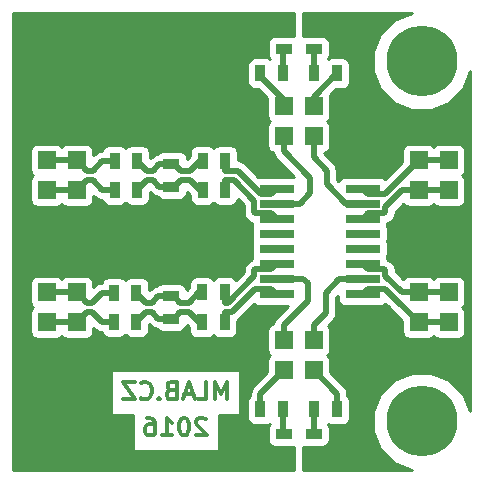
<source format=gbr>
G04 #@! TF.FileFunction,Copper,L2,Bot,Signal*
%FSLAX46Y46*%
G04 Gerber Fmt 4.6, Leading zero omitted, Abs format (unit mm)*
G04 Created by KiCad (PCBNEW (2016-09-17 revision 679eef1)-makepkg) date 09/22/16 11:02:43*
%MOMM*%
%LPD*%
G01*
G04 APERTURE LIST*
%ADD10C,0.150000*%
%ADD11C,0.300000*%
%ADD12R,0.889000X1.397000*%
%ADD13R,1.397000X0.889000*%
%ADD14R,1.524000X1.524000*%
%ADD15C,6.000000*%
%ADD16R,2.920000X0.760000*%
%ADD17C,0.500000*%
%ADD18C,0.254000*%
G04 APERTURE END LIST*
D10*
D11*
X17303428Y5250571D02*
X17232000Y5322000D01*
X17089142Y5393428D01*
X16732000Y5393428D01*
X16589142Y5322000D01*
X16517714Y5250571D01*
X16446285Y5107714D01*
X16446285Y4964857D01*
X16517714Y4750571D01*
X17374857Y3893428D01*
X16446285Y3893428D01*
X15517714Y5393428D02*
X15374857Y5393428D01*
X15232000Y5322000D01*
X15160571Y5250571D01*
X15089142Y5107714D01*
X15017714Y4822000D01*
X15017714Y4464857D01*
X15089142Y4179142D01*
X15160571Y4036285D01*
X15232000Y3964857D01*
X15374857Y3893428D01*
X15517714Y3893428D01*
X15660571Y3964857D01*
X15732000Y4036285D01*
X15803428Y4179142D01*
X15874857Y4464857D01*
X15874857Y4822000D01*
X15803428Y5107714D01*
X15732000Y5250571D01*
X15660571Y5322000D01*
X15517714Y5393428D01*
X13589142Y3893428D02*
X14446285Y3893428D01*
X14017714Y3893428D02*
X14017714Y5393428D01*
X14160571Y5179142D01*
X14303428Y5036285D01*
X14446285Y4964857D01*
X12303428Y5393428D02*
X12589142Y5393428D01*
X12732000Y5322000D01*
X12803428Y5250571D01*
X12946285Y5036285D01*
X13017714Y4750571D01*
X13017714Y4179142D01*
X12946285Y4036285D01*
X12874857Y3964857D01*
X12732000Y3893428D01*
X12446285Y3893428D01*
X12303428Y3964857D01*
X12232000Y4036285D01*
X12160571Y4179142D01*
X12160571Y4536285D01*
X12232000Y4679142D01*
X12303428Y4750571D01*
X12446285Y4822000D01*
X12732000Y4822000D01*
X12874857Y4750571D01*
X12946285Y4679142D01*
X13017714Y4536285D01*
X19053428Y6941428D02*
X19053428Y8441428D01*
X18553428Y7370000D01*
X18053428Y8441428D01*
X18053428Y6941428D01*
X16624857Y6941428D02*
X17339142Y6941428D01*
X17339142Y8441428D01*
X16196285Y7370000D02*
X15481999Y7370000D01*
X16339142Y6941428D02*
X15839142Y8441428D01*
X15339142Y6941428D01*
X14339142Y7727142D02*
X14124857Y7655714D01*
X14053428Y7584285D01*
X13981999Y7441428D01*
X13981999Y7227142D01*
X14053428Y7084285D01*
X14124857Y7012857D01*
X14267714Y6941428D01*
X14839142Y6941428D01*
X14839142Y8441428D01*
X14339142Y8441428D01*
X14196285Y8370000D01*
X14124857Y8298571D01*
X14053428Y8155714D01*
X14053428Y8012857D01*
X14124857Y7870000D01*
X14196285Y7798571D01*
X14339142Y7727142D01*
X14839142Y7727142D01*
X13339142Y7084285D02*
X13267714Y7012857D01*
X13339142Y6941428D01*
X13410571Y7012857D01*
X13339142Y7084285D01*
X13339142Y6941428D01*
X11767714Y7084285D02*
X11839142Y7012857D01*
X12053428Y6941428D01*
X12196285Y6941428D01*
X12410571Y7012857D01*
X12553428Y7155714D01*
X12624857Y7298571D01*
X12696285Y7584285D01*
X12696285Y7798571D01*
X12624857Y8084285D01*
X12553428Y8227142D01*
X12410571Y8370000D01*
X12196285Y8441428D01*
X12053428Y8441428D01*
X11839142Y8370000D01*
X11767714Y8298571D01*
X11267714Y8441428D02*
X10267714Y8441428D01*
X11267714Y6941428D01*
X10267714Y6941428D01*
D12*
X9563100Y27127200D03*
X11468100Y27127200D03*
D13*
X14376400Y26860500D03*
X14376400Y24955500D03*
D12*
X17018000Y27127200D03*
X18923000Y27127200D03*
D14*
X6350000Y22098000D03*
X3810000Y22098000D03*
X6350000Y24638000D03*
X3810000Y24638000D03*
X6350000Y27178000D03*
X3810000Y27178000D03*
X6350000Y29718000D03*
X3810000Y29718000D03*
X37846000Y10922000D03*
X35306000Y10922000D03*
X37846000Y13462000D03*
X35306000Y13462000D03*
X37846000Y16002000D03*
X35306000Y16002000D03*
X37846000Y18542000D03*
X35306000Y18542000D03*
X37846000Y22098000D03*
X35306000Y22098000D03*
X37846000Y24638000D03*
X35306000Y24638000D03*
X37846000Y27178000D03*
X35306000Y27178000D03*
X37846000Y29718000D03*
X35306000Y29718000D03*
D15*
X35560000Y35560000D03*
D16*
X30564000Y15860000D03*
X30564000Y17130000D03*
X30564000Y18400000D03*
X30564000Y19685000D03*
X30564000Y20955000D03*
X30564000Y22240000D03*
X30564000Y23510000D03*
X30564000Y24780000D03*
X23284000Y24780000D03*
X23284000Y23510000D03*
X23284000Y22240000D03*
X23284000Y20955000D03*
X23284000Y19685000D03*
X23284000Y18400000D03*
X23284000Y17130000D03*
X23284000Y15860000D03*
D12*
X23812500Y6096000D03*
X21907500Y6096000D03*
D14*
X23876000Y9398000D03*
X23876000Y11938000D03*
D12*
X26479500Y6096000D03*
X28384500Y6096000D03*
D13*
X26416000Y2095500D03*
X26416000Y4000500D03*
X26416000Y38544500D03*
X26416000Y36639500D03*
D12*
X16967200Y13462000D03*
X18872200Y13462000D03*
X26479500Y34544000D03*
X28384500Y34544000D03*
X9512300Y15951200D03*
X11417300Y15951200D03*
D13*
X14325600Y15684500D03*
X14325600Y13779500D03*
D12*
X9512300Y13512800D03*
X11417300Y13512800D03*
X16967200Y16002000D03*
X18872200Y16002000D03*
D15*
X5080000Y35560000D03*
X5080000Y5080000D03*
D13*
X23876000Y38544500D03*
X23876000Y36639500D03*
D12*
X23812500Y34544000D03*
X21907500Y34544000D03*
D14*
X26416000Y9398000D03*
X26416000Y11938000D03*
D15*
X35560000Y5080000D03*
D13*
X23876000Y2095500D03*
X23876000Y4000500D03*
D14*
X6350000Y10922000D03*
X3810000Y10922000D03*
X6350000Y13462000D03*
X3810000Y13462000D03*
X6350000Y16002000D03*
X3810000Y16002000D03*
X6350000Y18542000D03*
X3810000Y18542000D03*
D12*
X9563100Y24688800D03*
X11468100Y24688800D03*
D14*
X26416000Y31750000D03*
X26416000Y29210000D03*
X23876000Y31750000D03*
X23876000Y29210000D03*
D12*
X17018000Y24688800D03*
X18923000Y24688800D03*
D17*
X23812500Y6096000D02*
X23812500Y4064000D01*
X23812500Y4064000D02*
X23876000Y4000500D01*
X23812500Y34544000D02*
X23812500Y36576000D01*
X23812500Y36576000D02*
X23876000Y36639500D01*
X26416000Y4000500D02*
X26416000Y6032500D01*
X26416000Y6032500D02*
X26479500Y6096000D01*
X26479500Y34544000D02*
X26479500Y36576000D01*
X26479500Y36576000D02*
X26416000Y36639500D01*
X23876000Y11938000D02*
X23876000Y13200000D01*
X25908000Y16764000D02*
X25542000Y17130000D01*
X23876000Y13200000D02*
X25908000Y15232000D01*
X25908000Y15232000D02*
X25908000Y16764000D01*
X25542000Y17130000D02*
X23284000Y17130000D01*
X21907500Y6096000D02*
X21907500Y7429500D01*
X21907500Y7429500D02*
X23876000Y9398000D01*
X26111200Y24377200D02*
X26111200Y25712800D01*
X26111200Y25712800D02*
X23876000Y27948000D01*
X23876000Y27948000D02*
X23876000Y29210000D01*
X23284000Y23510000D02*
X25244000Y23510000D01*
X25244000Y23510000D02*
X26111200Y24377200D01*
X23876000Y31750000D02*
X23876000Y32321500D01*
X23876000Y32321500D02*
X21907500Y34290000D01*
X21907500Y34290000D02*
X21907500Y34544000D01*
X26416000Y11938000D02*
X26416000Y13208000D01*
X26416000Y13208000D02*
X27432000Y14224000D01*
X27432000Y14224000D02*
X27432000Y15958000D01*
X27432000Y15958000D02*
X28604000Y17130000D01*
X28604000Y17130000D02*
X30564000Y17130000D01*
X28384500Y6096000D02*
X28384500Y7429500D01*
X28384500Y7429500D02*
X26416000Y9398000D01*
X30564000Y23510000D02*
X29183998Y23510000D01*
X29183998Y23510000D02*
X27533600Y25160398D01*
X27533600Y25160398D02*
X27533600Y26314400D01*
X27533600Y26314400D02*
X26416000Y27432000D01*
X26416000Y27432000D02*
X26416000Y29210000D01*
X26416000Y31750000D02*
X26416000Y32575500D01*
X26416000Y32575500D02*
X28384500Y34544000D01*
X3810000Y16002000D02*
X6350000Y16002000D01*
X6350000Y16002000D02*
X7220001Y15131999D01*
X8464550Y15951200D02*
X9512300Y15951200D01*
X7220001Y15131999D02*
X7645350Y15132000D01*
X7645350Y15132000D02*
X8464550Y15951200D01*
X3810000Y13462000D02*
X6350000Y13462000D01*
X8464550Y13512800D02*
X9512300Y13512800D01*
X6350000Y13462000D02*
X7220001Y14332001D01*
X7220001Y14332001D02*
X7645350Y14332000D01*
X7645350Y14332000D02*
X8464550Y13512800D01*
X3810000Y27178000D02*
X6350000Y27178000D01*
X6350000Y27178000D02*
X7220001Y26307999D01*
X7220001Y26307999D02*
X7696150Y26308000D01*
X7696150Y26308000D02*
X8515350Y27127200D01*
X8515350Y27127200D02*
X9563100Y27127200D01*
X3810000Y24638000D02*
X6350000Y24638000D01*
X6350000Y24638000D02*
X7220001Y25508001D01*
X7220001Y25508001D02*
X7696150Y25508000D01*
X7696150Y25508000D02*
X8515350Y24688800D01*
X8515350Y24688800D02*
X9563100Y24688800D01*
X35306000Y16002000D02*
X37846000Y16002000D01*
X30564000Y18400000D02*
X31003999Y17960001D01*
X32384001Y17960001D02*
X32474001Y17870001D01*
X33897370Y16002000D02*
X35306000Y16002000D01*
X32474001Y17870001D02*
X32474001Y17425369D01*
X31003999Y17960001D02*
X32384001Y17960001D01*
X32474001Y17425369D02*
X33897370Y16002000D01*
X35306000Y13462000D02*
X37846000Y13462000D01*
X30564000Y15860000D02*
X31003999Y16299999D01*
X31003999Y16299999D02*
X32468001Y16299999D01*
X32468001Y16299999D02*
X33331685Y15436315D01*
X33331685Y15436315D02*
X35306000Y13462000D01*
X37846000Y27178000D02*
X35306000Y27178000D01*
X30564000Y24780000D02*
X31003999Y24340001D01*
X32468001Y24340001D02*
X33331685Y25203685D01*
X31003999Y24340001D02*
X32468001Y24340001D01*
X33331685Y25203685D02*
X35306000Y27178000D01*
X35306000Y24638000D02*
X37846000Y24638000D01*
X30564000Y22240000D02*
X31003999Y22679999D01*
X32474001Y22769999D02*
X32474001Y23214631D01*
X31003999Y22679999D02*
X32384001Y22679999D01*
X32474001Y23214631D02*
X33897370Y24638000D01*
X32384001Y22679999D02*
X32474001Y22769999D01*
X33897370Y24638000D02*
X35306000Y24638000D01*
X14376400Y24955500D02*
X14630400Y24955500D01*
X14630400Y24955500D02*
X15182900Y25508000D01*
X15182900Y25508000D02*
X15944800Y25508000D01*
X15944800Y25508000D02*
X16764000Y24688800D01*
X16764000Y24688800D02*
X17018000Y24688800D01*
X11468100Y24688800D02*
X12287301Y25508001D01*
X12287301Y25508001D02*
X12776150Y25508000D01*
X12776150Y25508000D02*
X13328650Y24955500D01*
X13328650Y24955500D02*
X14376400Y24955500D01*
X14376400Y25069800D02*
X14122400Y25069800D01*
X16764000Y27127200D02*
X17018000Y27127200D01*
X15182900Y26308000D02*
X15944800Y26308000D01*
X14376400Y26860500D02*
X14630400Y26860500D01*
X14630400Y26860500D02*
X15182900Y26308000D01*
X15944800Y26308000D02*
X16764000Y27127200D01*
X13328650Y26860500D02*
X14376400Y26860500D01*
X11468100Y27127200D02*
X12287301Y26307999D01*
X12287301Y26307999D02*
X12776150Y26308000D01*
X12776150Y26308000D02*
X13328650Y26860500D01*
X14376400Y26974800D02*
X14122400Y26974800D01*
X12236501Y14332001D02*
X12725350Y14332000D01*
X11417300Y13512800D02*
X12236501Y14332001D01*
X12725350Y14332000D02*
X13277850Y13779500D01*
X13277850Y13779500D02*
X14325600Y13779500D01*
X15132100Y14332000D02*
X15843200Y14332000D01*
X16713200Y13462000D02*
X16967200Y13462000D01*
X15843200Y14332000D02*
X16713200Y13462000D01*
X14579600Y13779500D02*
X15132100Y14332000D01*
X14325600Y13779500D02*
X14579600Y13779500D01*
X14071600Y13779500D02*
X14325600Y13779500D01*
X12236502Y15132000D02*
X12725350Y15132000D01*
X11417300Y15951200D02*
X12236502Y15132000D01*
X12725350Y15132000D02*
X13277850Y15684500D01*
X13277850Y15684500D02*
X14325600Y15684500D01*
X15132100Y15132000D02*
X15843200Y15132000D01*
X15843200Y15132000D02*
X16713200Y16002000D01*
X16713200Y16002000D02*
X16967200Y16002000D01*
X14579600Y15684500D02*
X15132100Y15132000D01*
X14325600Y15684500D02*
X14579600Y15684500D01*
X14071600Y15684500D02*
X14325600Y15684500D01*
X21373999Y23780317D02*
X19646316Y25508000D01*
X19646316Y25508000D02*
X18923000Y25508000D01*
X18923000Y25508000D02*
X18923000Y24688800D01*
X23284000Y22240000D02*
X22844001Y22679999D01*
X22844001Y22679999D02*
X21463999Y22679999D01*
X21463999Y22679999D02*
X21373999Y22769999D01*
X21373999Y22769999D02*
X21373999Y23780317D01*
X19977684Y26308000D02*
X18923000Y26308000D01*
X21945683Y24340001D02*
X19977684Y26308000D01*
X18923000Y26308000D02*
X18923000Y27127200D01*
X23284000Y24780000D02*
X22844001Y24340001D01*
X22844001Y24340001D02*
X21945683Y24340001D01*
X21450841Y16313157D02*
X19469684Y14332000D01*
X19469684Y14332000D02*
X18872200Y14332000D01*
X18872200Y14332000D02*
X18872200Y13462000D01*
X23284000Y15860000D02*
X22844001Y16299999D01*
X22844001Y16299999D02*
X21463999Y16299999D01*
X21463999Y16299999D02*
X21450841Y16313157D01*
X21373999Y17367683D02*
X19138316Y15132000D01*
X19138316Y15132000D02*
X18872200Y15132000D01*
X18872200Y15132000D02*
X18872200Y16002000D01*
X21373999Y17870001D02*
X21373999Y17367683D01*
X21463999Y17960001D02*
X21373999Y17870001D01*
X23284000Y18400000D02*
X22844001Y17960001D01*
X22844001Y17960001D02*
X21463999Y17960001D01*
D18*
G36*
X24765000Y37693548D02*
X24574500Y37731440D01*
X23177500Y37731440D01*
X22929735Y37682157D01*
X22719691Y37541809D01*
X22579343Y37331765D01*
X22530060Y37084000D01*
X22530060Y36195000D01*
X22579343Y35947235D01*
X22691525Y35779345D01*
X22599765Y35840657D01*
X22352000Y35889940D01*
X21463000Y35889940D01*
X21215235Y35840657D01*
X21005191Y35700309D01*
X20864843Y35490265D01*
X20815560Y35242500D01*
X20815560Y33845500D01*
X20864843Y33597735D01*
X21005191Y33387691D01*
X21215235Y33247343D01*
X21463000Y33198060D01*
X21747860Y33198060D01*
X22466560Y32479361D01*
X22466560Y30988000D01*
X22515843Y30740235D01*
X22656191Y30530191D01*
X22731307Y30480000D01*
X22656191Y30429809D01*
X22515843Y30219765D01*
X22466560Y29972000D01*
X22466560Y28448000D01*
X22515843Y28200235D01*
X22656191Y27990191D01*
X22866235Y27849843D01*
X23016468Y27819960D01*
X23031280Y27745500D01*
X23058367Y27609325D01*
X23176851Y27432000D01*
X23250210Y27322210D01*
X24765000Y25807421D01*
X24765000Y25803263D01*
X24744000Y25807440D01*
X21824000Y25807440D01*
X21745448Y25791815D01*
X20603474Y26933790D01*
X20410096Y27063000D01*
X20316359Y27125633D01*
X20260168Y27136810D01*
X20014940Y27185590D01*
X20014940Y27825700D01*
X19965657Y28073465D01*
X19825309Y28283509D01*
X19615265Y28423857D01*
X19367500Y28473140D01*
X18478500Y28473140D01*
X18230735Y28423857D01*
X18020691Y28283509D01*
X17970500Y28208393D01*
X17920309Y28283509D01*
X17710265Y28423857D01*
X17462500Y28473140D01*
X16573500Y28473140D01*
X16325735Y28423857D01*
X16115691Y28283509D01*
X15975343Y28073465D01*
X15926060Y27825700D01*
X15926060Y27540839D01*
X15717011Y27331791D01*
X15673057Y27552765D01*
X15532709Y27762809D01*
X15322665Y27903157D01*
X15074900Y27952440D01*
X13677900Y27952440D01*
X13430135Y27903157D01*
X13220091Y27762809D01*
X13190113Y27717944D01*
X13046166Y27689310D01*
X12989975Y27678133D01*
X12702860Y27486290D01*
X12702858Y27486287D01*
X12560040Y27343469D01*
X12560040Y27825700D01*
X12510757Y28073465D01*
X12370409Y28283509D01*
X12160365Y28423857D01*
X11912600Y28473140D01*
X11023600Y28473140D01*
X10775835Y28423857D01*
X10565791Y28283509D01*
X10515600Y28208393D01*
X10465409Y28283509D01*
X10255365Y28423857D01*
X10007600Y28473140D01*
X9118600Y28473140D01*
X8870835Y28423857D01*
X8660791Y28283509D01*
X8520443Y28073465D01*
X8507965Y28010732D01*
X8232866Y27956010D01*
X8176675Y27944833D01*
X7889560Y27752990D01*
X7889558Y27752987D01*
X7759440Y27622869D01*
X7759440Y27940000D01*
X7710157Y28187765D01*
X7569809Y28397809D01*
X7359765Y28538157D01*
X7112000Y28587440D01*
X5588000Y28587440D01*
X5340235Y28538157D01*
X5130191Y28397809D01*
X5080000Y28322693D01*
X5029809Y28397809D01*
X4819765Y28538157D01*
X4572000Y28587440D01*
X3048000Y28587440D01*
X2800235Y28538157D01*
X2590191Y28397809D01*
X2449843Y28187765D01*
X2400560Y27940000D01*
X2400560Y26416000D01*
X2449843Y26168235D01*
X2590191Y25958191D01*
X2665307Y25908000D01*
X2590191Y25857809D01*
X2449843Y25647765D01*
X2400560Y25400000D01*
X2400560Y23876000D01*
X2449843Y23628235D01*
X2590191Y23418191D01*
X2800235Y23277843D01*
X3048000Y23228560D01*
X4572000Y23228560D01*
X4819765Y23277843D01*
X5029809Y23418191D01*
X5080000Y23493307D01*
X5130191Y23418191D01*
X5340235Y23277843D01*
X5588000Y23228560D01*
X7112000Y23228560D01*
X7359765Y23277843D01*
X7569809Y23418191D01*
X7710157Y23628235D01*
X7759440Y23876000D01*
X7759440Y24193131D01*
X7889558Y24063013D01*
X7889560Y24063010D01*
X8176675Y23871167D01*
X8214918Y23863560D01*
X8507965Y23805268D01*
X8520443Y23742535D01*
X8660791Y23532491D01*
X8870835Y23392143D01*
X9118600Y23342860D01*
X10007600Y23342860D01*
X10255365Y23392143D01*
X10465409Y23532491D01*
X10515600Y23607607D01*
X10565791Y23532491D01*
X10775835Y23392143D01*
X11023600Y23342860D01*
X11912600Y23342860D01*
X12160365Y23392143D01*
X12370409Y23532491D01*
X12510757Y23742535D01*
X12560040Y23990300D01*
X12560040Y24472531D01*
X12702858Y24329713D01*
X12702860Y24329710D01*
X12989975Y24137867D01*
X13046166Y24126690D01*
X13190113Y24098056D01*
X13220091Y24053191D01*
X13430135Y23912843D01*
X13677900Y23863560D01*
X15074900Y23863560D01*
X15322665Y23912843D01*
X15532709Y24053191D01*
X15673057Y24263235D01*
X15717011Y24484209D01*
X15926060Y24275161D01*
X15926060Y23990300D01*
X15975343Y23742535D01*
X16115691Y23532491D01*
X16325735Y23392143D01*
X16573500Y23342860D01*
X17462500Y23342860D01*
X17710265Y23392143D01*
X17920309Y23532491D01*
X17970500Y23607607D01*
X18020691Y23532491D01*
X18230735Y23392143D01*
X18478500Y23342860D01*
X19367500Y23342860D01*
X19615265Y23392143D01*
X19825309Y23532491D01*
X19965657Y23742535D01*
X19997934Y23904803D01*
X20488999Y23413738D01*
X20488999Y22770004D01*
X20488998Y22769999D01*
X20527056Y22578674D01*
X20556366Y22431324D01*
X20684204Y22240000D01*
X20748209Y22144209D01*
X20838207Y22054212D01*
X20838209Y22054209D01*
X21091451Y21884999D01*
X21125324Y21862366D01*
X21178181Y21851852D01*
X21225843Y21612235D01*
X21235689Y21597500D01*
X21225843Y21582765D01*
X21176560Y21335000D01*
X21176560Y20575000D01*
X21225843Y20327235D01*
X21230677Y20320000D01*
X21225843Y20312765D01*
X21176560Y20065000D01*
X21176560Y19305000D01*
X21225843Y19057235D01*
X21235689Y19042500D01*
X21225843Y19027765D01*
X21178181Y18788148D01*
X21125324Y18777634D01*
X20838209Y18585791D01*
X20838207Y18585788D01*
X20748209Y18495791D01*
X20556366Y18208676D01*
X20556366Y18208675D01*
X20488998Y17870001D01*
X20488999Y17869996D01*
X20488999Y17734262D01*
X19829999Y17075263D01*
X19774509Y17158309D01*
X19564465Y17298657D01*
X19316700Y17347940D01*
X18427700Y17347940D01*
X18179935Y17298657D01*
X17969891Y17158309D01*
X17919700Y17083193D01*
X17869509Y17158309D01*
X17659465Y17298657D01*
X17411700Y17347940D01*
X16522700Y17347940D01*
X16274935Y17298657D01*
X16064891Y17158309D01*
X15924543Y16948265D01*
X15875260Y16700500D01*
X15875260Y16415639D01*
X15657783Y16198162D01*
X15622257Y16376765D01*
X15481909Y16586809D01*
X15271865Y16727157D01*
X15024100Y16776440D01*
X13627100Y16776440D01*
X13379335Y16727157D01*
X13169291Y16586809D01*
X13139313Y16541944D01*
X12995366Y16513310D01*
X12939175Y16502133D01*
X12652060Y16310290D01*
X12652058Y16310287D01*
X12509240Y16167469D01*
X12509240Y16649700D01*
X12459957Y16897465D01*
X12319609Y17107509D01*
X12109565Y17247857D01*
X11861800Y17297140D01*
X10972800Y17297140D01*
X10725035Y17247857D01*
X10514991Y17107509D01*
X10464800Y17032393D01*
X10414609Y17107509D01*
X10204565Y17247857D01*
X9956800Y17297140D01*
X9067800Y17297140D01*
X8820035Y17247857D01*
X8609991Y17107509D01*
X8469643Y16897465D01*
X8457165Y16834732D01*
X8182066Y16780010D01*
X8125875Y16768833D01*
X7838760Y16576990D01*
X7838758Y16576987D01*
X7759440Y16497669D01*
X7759440Y16764000D01*
X7710157Y17011765D01*
X7569809Y17221809D01*
X7359765Y17362157D01*
X7112000Y17411440D01*
X5588000Y17411440D01*
X5340235Y17362157D01*
X5130191Y17221809D01*
X5080000Y17146693D01*
X5029809Y17221809D01*
X4819765Y17362157D01*
X4572000Y17411440D01*
X3048000Y17411440D01*
X2800235Y17362157D01*
X2590191Y17221809D01*
X2449843Y17011765D01*
X2400560Y16764000D01*
X2400560Y15240000D01*
X2449843Y14992235D01*
X2590191Y14782191D01*
X2665307Y14732000D01*
X2590191Y14681809D01*
X2449843Y14471765D01*
X2400560Y14224000D01*
X2400560Y12700000D01*
X2449843Y12452235D01*
X2590191Y12242191D01*
X2800235Y12101843D01*
X3048000Y12052560D01*
X4572000Y12052560D01*
X4819765Y12101843D01*
X5029809Y12242191D01*
X5080000Y12317307D01*
X5130191Y12242191D01*
X5340235Y12101843D01*
X5588000Y12052560D01*
X7112000Y12052560D01*
X7359765Y12101843D01*
X7569809Y12242191D01*
X7710157Y12452235D01*
X7759440Y12700000D01*
X7759440Y12966331D01*
X7838758Y12887013D01*
X7838760Y12887010D01*
X8125875Y12695167D01*
X8164118Y12687560D01*
X8457165Y12629268D01*
X8469643Y12566535D01*
X8609991Y12356491D01*
X8820035Y12216143D01*
X9067800Y12166860D01*
X9956800Y12166860D01*
X10204565Y12216143D01*
X10414609Y12356491D01*
X10464800Y12431607D01*
X10514991Y12356491D01*
X10725035Y12216143D01*
X10972800Y12166860D01*
X11861800Y12166860D01*
X12109565Y12216143D01*
X12319609Y12356491D01*
X12459957Y12566535D01*
X12509240Y12814300D01*
X12509240Y13296531D01*
X12652058Y13153713D01*
X12652060Y13153710D01*
X12939175Y12961867D01*
X12995366Y12950690D01*
X13139313Y12922056D01*
X13169291Y12877191D01*
X13379335Y12736843D01*
X13627100Y12687560D01*
X15024100Y12687560D01*
X15271865Y12736843D01*
X15481909Y12877191D01*
X15622257Y13087235D01*
X15657783Y13265838D01*
X15875260Y13048361D01*
X15875260Y12763500D01*
X15924543Y12515735D01*
X16064891Y12305691D01*
X16274935Y12165343D01*
X16522700Y12116060D01*
X17411700Y12116060D01*
X17659465Y12165343D01*
X17869509Y12305691D01*
X17919700Y12380807D01*
X17969891Y12305691D01*
X18179935Y12165343D01*
X18427700Y12116060D01*
X19316700Y12116060D01*
X19564465Y12165343D01*
X19774509Y12305691D01*
X19914857Y12515735D01*
X19964140Y12763500D01*
X19964140Y13618456D01*
X20095474Y13706210D01*
X20095475Y13706211D01*
X21393324Y15004061D01*
X21576235Y14881843D01*
X21824000Y14832560D01*
X24256980Y14832560D01*
X23250210Y13825790D01*
X23058367Y13538675D01*
X23058367Y13538674D01*
X23016468Y13328040D01*
X22866235Y13298157D01*
X22656191Y13157809D01*
X22515843Y12947765D01*
X22466560Y12700000D01*
X22466560Y11176000D01*
X22515843Y10928235D01*
X22656191Y10718191D01*
X22731307Y10668000D01*
X22656191Y10617809D01*
X22515843Y10407765D01*
X22466560Y10160000D01*
X22466560Y9240139D01*
X21281710Y8055290D01*
X21089867Y7768175D01*
X21089867Y7768174D01*
X21022499Y7429500D01*
X21022500Y7429495D01*
X21022500Y7263875D01*
X21005191Y7252309D01*
X20864843Y7042265D01*
X20815560Y6794500D01*
X20815560Y5397500D01*
X20864843Y5149735D01*
X21005191Y4939691D01*
X21215235Y4799343D01*
X21463000Y4750060D01*
X22352000Y4750060D01*
X22599765Y4799343D01*
X22691525Y4860655D01*
X22579343Y4692765D01*
X22530060Y4445000D01*
X22530060Y3556000D01*
X22579343Y3308235D01*
X22719691Y3098191D01*
X22929735Y2957843D01*
X23177500Y2908560D01*
X24574500Y2908560D01*
X24765000Y2946452D01*
X24765000Y964000D01*
X964000Y964000D01*
X964000Y9410000D01*
X9268429Y9410000D01*
X9268429Y5590000D01*
X11089857Y5590000D01*
X11089857Y2542000D01*
X18374143Y2542000D01*
X18374143Y5590000D01*
X20195572Y5590000D01*
X20195572Y9410000D01*
X9268429Y9410000D01*
X964000Y9410000D01*
X964000Y39676000D01*
X24765000Y39676000D01*
X24765000Y37693548D01*
X24765000Y37693548D01*
G37*
X24765000Y37693548D02*
X24574500Y37731440D01*
X23177500Y37731440D01*
X22929735Y37682157D01*
X22719691Y37541809D01*
X22579343Y37331765D01*
X22530060Y37084000D01*
X22530060Y36195000D01*
X22579343Y35947235D01*
X22691525Y35779345D01*
X22599765Y35840657D01*
X22352000Y35889940D01*
X21463000Y35889940D01*
X21215235Y35840657D01*
X21005191Y35700309D01*
X20864843Y35490265D01*
X20815560Y35242500D01*
X20815560Y33845500D01*
X20864843Y33597735D01*
X21005191Y33387691D01*
X21215235Y33247343D01*
X21463000Y33198060D01*
X21747860Y33198060D01*
X22466560Y32479361D01*
X22466560Y30988000D01*
X22515843Y30740235D01*
X22656191Y30530191D01*
X22731307Y30480000D01*
X22656191Y30429809D01*
X22515843Y30219765D01*
X22466560Y29972000D01*
X22466560Y28448000D01*
X22515843Y28200235D01*
X22656191Y27990191D01*
X22866235Y27849843D01*
X23016468Y27819960D01*
X23031280Y27745500D01*
X23058367Y27609325D01*
X23176851Y27432000D01*
X23250210Y27322210D01*
X24765000Y25807421D01*
X24765000Y25803263D01*
X24744000Y25807440D01*
X21824000Y25807440D01*
X21745448Y25791815D01*
X20603474Y26933790D01*
X20410096Y27063000D01*
X20316359Y27125633D01*
X20260168Y27136810D01*
X20014940Y27185590D01*
X20014940Y27825700D01*
X19965657Y28073465D01*
X19825309Y28283509D01*
X19615265Y28423857D01*
X19367500Y28473140D01*
X18478500Y28473140D01*
X18230735Y28423857D01*
X18020691Y28283509D01*
X17970500Y28208393D01*
X17920309Y28283509D01*
X17710265Y28423857D01*
X17462500Y28473140D01*
X16573500Y28473140D01*
X16325735Y28423857D01*
X16115691Y28283509D01*
X15975343Y28073465D01*
X15926060Y27825700D01*
X15926060Y27540839D01*
X15717011Y27331791D01*
X15673057Y27552765D01*
X15532709Y27762809D01*
X15322665Y27903157D01*
X15074900Y27952440D01*
X13677900Y27952440D01*
X13430135Y27903157D01*
X13220091Y27762809D01*
X13190113Y27717944D01*
X13046166Y27689310D01*
X12989975Y27678133D01*
X12702860Y27486290D01*
X12702858Y27486287D01*
X12560040Y27343469D01*
X12560040Y27825700D01*
X12510757Y28073465D01*
X12370409Y28283509D01*
X12160365Y28423857D01*
X11912600Y28473140D01*
X11023600Y28473140D01*
X10775835Y28423857D01*
X10565791Y28283509D01*
X10515600Y28208393D01*
X10465409Y28283509D01*
X10255365Y28423857D01*
X10007600Y28473140D01*
X9118600Y28473140D01*
X8870835Y28423857D01*
X8660791Y28283509D01*
X8520443Y28073465D01*
X8507965Y28010732D01*
X8232866Y27956010D01*
X8176675Y27944833D01*
X7889560Y27752990D01*
X7889558Y27752987D01*
X7759440Y27622869D01*
X7759440Y27940000D01*
X7710157Y28187765D01*
X7569809Y28397809D01*
X7359765Y28538157D01*
X7112000Y28587440D01*
X5588000Y28587440D01*
X5340235Y28538157D01*
X5130191Y28397809D01*
X5080000Y28322693D01*
X5029809Y28397809D01*
X4819765Y28538157D01*
X4572000Y28587440D01*
X3048000Y28587440D01*
X2800235Y28538157D01*
X2590191Y28397809D01*
X2449843Y28187765D01*
X2400560Y27940000D01*
X2400560Y26416000D01*
X2449843Y26168235D01*
X2590191Y25958191D01*
X2665307Y25908000D01*
X2590191Y25857809D01*
X2449843Y25647765D01*
X2400560Y25400000D01*
X2400560Y23876000D01*
X2449843Y23628235D01*
X2590191Y23418191D01*
X2800235Y23277843D01*
X3048000Y23228560D01*
X4572000Y23228560D01*
X4819765Y23277843D01*
X5029809Y23418191D01*
X5080000Y23493307D01*
X5130191Y23418191D01*
X5340235Y23277843D01*
X5588000Y23228560D01*
X7112000Y23228560D01*
X7359765Y23277843D01*
X7569809Y23418191D01*
X7710157Y23628235D01*
X7759440Y23876000D01*
X7759440Y24193131D01*
X7889558Y24063013D01*
X7889560Y24063010D01*
X8176675Y23871167D01*
X8214918Y23863560D01*
X8507965Y23805268D01*
X8520443Y23742535D01*
X8660791Y23532491D01*
X8870835Y23392143D01*
X9118600Y23342860D01*
X10007600Y23342860D01*
X10255365Y23392143D01*
X10465409Y23532491D01*
X10515600Y23607607D01*
X10565791Y23532491D01*
X10775835Y23392143D01*
X11023600Y23342860D01*
X11912600Y23342860D01*
X12160365Y23392143D01*
X12370409Y23532491D01*
X12510757Y23742535D01*
X12560040Y23990300D01*
X12560040Y24472531D01*
X12702858Y24329713D01*
X12702860Y24329710D01*
X12989975Y24137867D01*
X13046166Y24126690D01*
X13190113Y24098056D01*
X13220091Y24053191D01*
X13430135Y23912843D01*
X13677900Y23863560D01*
X15074900Y23863560D01*
X15322665Y23912843D01*
X15532709Y24053191D01*
X15673057Y24263235D01*
X15717011Y24484209D01*
X15926060Y24275161D01*
X15926060Y23990300D01*
X15975343Y23742535D01*
X16115691Y23532491D01*
X16325735Y23392143D01*
X16573500Y23342860D01*
X17462500Y23342860D01*
X17710265Y23392143D01*
X17920309Y23532491D01*
X17970500Y23607607D01*
X18020691Y23532491D01*
X18230735Y23392143D01*
X18478500Y23342860D01*
X19367500Y23342860D01*
X19615265Y23392143D01*
X19825309Y23532491D01*
X19965657Y23742535D01*
X19997934Y23904803D01*
X20488999Y23413738D01*
X20488999Y22770004D01*
X20488998Y22769999D01*
X20527056Y22578674D01*
X20556366Y22431324D01*
X20684204Y22240000D01*
X20748209Y22144209D01*
X20838207Y22054212D01*
X20838209Y22054209D01*
X21091451Y21884999D01*
X21125324Y21862366D01*
X21178181Y21851852D01*
X21225843Y21612235D01*
X21235689Y21597500D01*
X21225843Y21582765D01*
X21176560Y21335000D01*
X21176560Y20575000D01*
X21225843Y20327235D01*
X21230677Y20320000D01*
X21225843Y20312765D01*
X21176560Y20065000D01*
X21176560Y19305000D01*
X21225843Y19057235D01*
X21235689Y19042500D01*
X21225843Y19027765D01*
X21178181Y18788148D01*
X21125324Y18777634D01*
X20838209Y18585791D01*
X20838207Y18585788D01*
X20748209Y18495791D01*
X20556366Y18208676D01*
X20556366Y18208675D01*
X20488998Y17870001D01*
X20488999Y17869996D01*
X20488999Y17734262D01*
X19829999Y17075263D01*
X19774509Y17158309D01*
X19564465Y17298657D01*
X19316700Y17347940D01*
X18427700Y17347940D01*
X18179935Y17298657D01*
X17969891Y17158309D01*
X17919700Y17083193D01*
X17869509Y17158309D01*
X17659465Y17298657D01*
X17411700Y17347940D01*
X16522700Y17347940D01*
X16274935Y17298657D01*
X16064891Y17158309D01*
X15924543Y16948265D01*
X15875260Y16700500D01*
X15875260Y16415639D01*
X15657783Y16198162D01*
X15622257Y16376765D01*
X15481909Y16586809D01*
X15271865Y16727157D01*
X15024100Y16776440D01*
X13627100Y16776440D01*
X13379335Y16727157D01*
X13169291Y16586809D01*
X13139313Y16541944D01*
X12995366Y16513310D01*
X12939175Y16502133D01*
X12652060Y16310290D01*
X12652058Y16310287D01*
X12509240Y16167469D01*
X12509240Y16649700D01*
X12459957Y16897465D01*
X12319609Y17107509D01*
X12109565Y17247857D01*
X11861800Y17297140D01*
X10972800Y17297140D01*
X10725035Y17247857D01*
X10514991Y17107509D01*
X10464800Y17032393D01*
X10414609Y17107509D01*
X10204565Y17247857D01*
X9956800Y17297140D01*
X9067800Y17297140D01*
X8820035Y17247857D01*
X8609991Y17107509D01*
X8469643Y16897465D01*
X8457165Y16834732D01*
X8182066Y16780010D01*
X8125875Y16768833D01*
X7838760Y16576990D01*
X7838758Y16576987D01*
X7759440Y16497669D01*
X7759440Y16764000D01*
X7710157Y17011765D01*
X7569809Y17221809D01*
X7359765Y17362157D01*
X7112000Y17411440D01*
X5588000Y17411440D01*
X5340235Y17362157D01*
X5130191Y17221809D01*
X5080000Y17146693D01*
X5029809Y17221809D01*
X4819765Y17362157D01*
X4572000Y17411440D01*
X3048000Y17411440D01*
X2800235Y17362157D01*
X2590191Y17221809D01*
X2449843Y17011765D01*
X2400560Y16764000D01*
X2400560Y15240000D01*
X2449843Y14992235D01*
X2590191Y14782191D01*
X2665307Y14732000D01*
X2590191Y14681809D01*
X2449843Y14471765D01*
X2400560Y14224000D01*
X2400560Y12700000D01*
X2449843Y12452235D01*
X2590191Y12242191D01*
X2800235Y12101843D01*
X3048000Y12052560D01*
X4572000Y12052560D01*
X4819765Y12101843D01*
X5029809Y12242191D01*
X5080000Y12317307D01*
X5130191Y12242191D01*
X5340235Y12101843D01*
X5588000Y12052560D01*
X7112000Y12052560D01*
X7359765Y12101843D01*
X7569809Y12242191D01*
X7710157Y12452235D01*
X7759440Y12700000D01*
X7759440Y12966331D01*
X7838758Y12887013D01*
X7838760Y12887010D01*
X8125875Y12695167D01*
X8164118Y12687560D01*
X8457165Y12629268D01*
X8469643Y12566535D01*
X8609991Y12356491D01*
X8820035Y12216143D01*
X9067800Y12166860D01*
X9956800Y12166860D01*
X10204565Y12216143D01*
X10414609Y12356491D01*
X10464800Y12431607D01*
X10514991Y12356491D01*
X10725035Y12216143D01*
X10972800Y12166860D01*
X11861800Y12166860D01*
X12109565Y12216143D01*
X12319609Y12356491D01*
X12459957Y12566535D01*
X12509240Y12814300D01*
X12509240Y13296531D01*
X12652058Y13153713D01*
X12652060Y13153710D01*
X12939175Y12961867D01*
X12995366Y12950690D01*
X13139313Y12922056D01*
X13169291Y12877191D01*
X13379335Y12736843D01*
X13627100Y12687560D01*
X15024100Y12687560D01*
X15271865Y12736843D01*
X15481909Y12877191D01*
X15622257Y13087235D01*
X15657783Y13265838D01*
X15875260Y13048361D01*
X15875260Y12763500D01*
X15924543Y12515735D01*
X16064891Y12305691D01*
X16274935Y12165343D01*
X16522700Y12116060D01*
X17411700Y12116060D01*
X17659465Y12165343D01*
X17869509Y12305691D01*
X17919700Y12380807D01*
X17969891Y12305691D01*
X18179935Y12165343D01*
X18427700Y12116060D01*
X19316700Y12116060D01*
X19564465Y12165343D01*
X19774509Y12305691D01*
X19914857Y12515735D01*
X19964140Y12763500D01*
X19964140Y13618456D01*
X20095474Y13706210D01*
X20095475Y13706211D01*
X21393324Y15004061D01*
X21576235Y14881843D01*
X21824000Y14832560D01*
X24256980Y14832560D01*
X23250210Y13825790D01*
X23058367Y13538675D01*
X23058367Y13538674D01*
X23016468Y13328040D01*
X22866235Y13298157D01*
X22656191Y13157809D01*
X22515843Y12947765D01*
X22466560Y12700000D01*
X22466560Y11176000D01*
X22515843Y10928235D01*
X22656191Y10718191D01*
X22731307Y10668000D01*
X22656191Y10617809D01*
X22515843Y10407765D01*
X22466560Y10160000D01*
X22466560Y9240139D01*
X21281710Y8055290D01*
X21089867Y7768175D01*
X21089867Y7768174D01*
X21022499Y7429500D01*
X21022500Y7429495D01*
X21022500Y7263875D01*
X21005191Y7252309D01*
X20864843Y7042265D01*
X20815560Y6794500D01*
X20815560Y5397500D01*
X20864843Y5149735D01*
X21005191Y4939691D01*
X21215235Y4799343D01*
X21463000Y4750060D01*
X22352000Y4750060D01*
X22599765Y4799343D01*
X22691525Y4860655D01*
X22579343Y4692765D01*
X22530060Y4445000D01*
X22530060Y3556000D01*
X22579343Y3308235D01*
X22719691Y3098191D01*
X22929735Y2957843D01*
X23177500Y2908560D01*
X24574500Y2908560D01*
X24765000Y2946452D01*
X24765000Y964000D01*
X964000Y964000D01*
X964000Y9410000D01*
X9268429Y9410000D01*
X9268429Y5590000D01*
X11089857Y5590000D01*
X11089857Y2542000D01*
X18374143Y2542000D01*
X18374143Y5590000D01*
X20195572Y5590000D01*
X20195572Y9410000D01*
X9268429Y9410000D01*
X964000Y9410000D01*
X964000Y39676000D01*
X24765000Y39676000D01*
X24765000Y37693548D01*
G36*
X33225296Y39060741D02*
X32063340Y37900810D01*
X31433718Y36384513D01*
X31432285Y34742690D01*
X32059259Y33225296D01*
X33219190Y32063340D01*
X34735487Y31433718D01*
X36377310Y31432285D01*
X37894704Y32059259D01*
X39056660Y33219190D01*
X39676000Y34710725D01*
X39676000Y5925662D01*
X39060741Y7414704D01*
X37900810Y8576660D01*
X36384513Y9206282D01*
X34742690Y9207715D01*
X33225296Y8580741D01*
X32063340Y7420810D01*
X31433718Y5904513D01*
X31432285Y4262690D01*
X32059259Y2745296D01*
X33219190Y1583340D01*
X34710725Y964000D01*
X25527000Y964000D01*
X25527000Y2946452D01*
X25717500Y2908560D01*
X27114500Y2908560D01*
X27362265Y2957843D01*
X27572309Y3098191D01*
X27712657Y3308235D01*
X27761940Y3556000D01*
X27761940Y4445000D01*
X27712657Y4692765D01*
X27600475Y4860655D01*
X27692235Y4799343D01*
X27940000Y4750060D01*
X28829000Y4750060D01*
X29076765Y4799343D01*
X29286809Y4939691D01*
X29427157Y5149735D01*
X29476440Y5397500D01*
X29476440Y6794500D01*
X29427157Y7042265D01*
X29286809Y7252309D01*
X29269500Y7263875D01*
X29269500Y7429500D01*
X29202133Y7768175D01*
X29010290Y8055290D01*
X29010287Y8055292D01*
X27825440Y9240140D01*
X27825440Y10160000D01*
X27776157Y10407765D01*
X27635809Y10617809D01*
X27560693Y10668000D01*
X27635809Y10718191D01*
X27776157Y10928235D01*
X27825440Y11176000D01*
X27825440Y12700000D01*
X27776157Y12947765D01*
X27635809Y13157809D01*
X27624767Y13165187D01*
X28057787Y13598208D01*
X28057790Y13598210D01*
X28249633Y13885325D01*
X28277542Y14025633D01*
X28317001Y14224000D01*
X28317000Y14224005D01*
X28317000Y15591420D01*
X28456560Y15730980D01*
X28456560Y15480000D01*
X28505843Y15232235D01*
X28646191Y15022191D01*
X28856235Y14881843D01*
X29104000Y14832560D01*
X32024000Y14832560D01*
X32271765Y14881843D01*
X32481809Y15022191D01*
X32486784Y15029637D01*
X32705893Y14810528D01*
X32705895Y14810525D01*
X33896560Y13619861D01*
X33896560Y12700000D01*
X33945843Y12452235D01*
X34086191Y12242191D01*
X34296235Y12101843D01*
X34544000Y12052560D01*
X36068000Y12052560D01*
X36315765Y12101843D01*
X36525809Y12242191D01*
X36576000Y12317307D01*
X36626191Y12242191D01*
X36836235Y12101843D01*
X37084000Y12052560D01*
X38608000Y12052560D01*
X38855765Y12101843D01*
X39065809Y12242191D01*
X39206157Y12452235D01*
X39255440Y12700000D01*
X39255440Y14224000D01*
X39206157Y14471765D01*
X39065809Y14681809D01*
X38990693Y14732000D01*
X39065809Y14782191D01*
X39206157Y14992235D01*
X39255440Y15240000D01*
X39255440Y16764000D01*
X39206157Y17011765D01*
X39065809Y17221809D01*
X38855765Y17362157D01*
X38608000Y17411440D01*
X37084000Y17411440D01*
X36836235Y17362157D01*
X36626191Y17221809D01*
X36576000Y17146693D01*
X36525809Y17221809D01*
X36315765Y17362157D01*
X36068000Y17411440D01*
X34544000Y17411440D01*
X34296235Y17362157D01*
X34086191Y17221809D01*
X34023285Y17127664D01*
X33359001Y17791949D01*
X33359001Y17869996D01*
X33359002Y17870001D01*
X33291634Y18208676D01*
X33231498Y18298676D01*
X33099791Y18495791D01*
X33099788Y18495793D01*
X33009791Y18585791D01*
X32857371Y18687634D01*
X32722676Y18777634D01*
X32669819Y18788148D01*
X32622157Y19027765D01*
X32612311Y19042500D01*
X32622157Y19057235D01*
X32671440Y19305000D01*
X32671440Y20065000D01*
X32622157Y20312765D01*
X32617323Y20320000D01*
X32622157Y20327235D01*
X32671440Y20575000D01*
X32671440Y21335000D01*
X32622157Y21582765D01*
X32612311Y21597500D01*
X32622157Y21612235D01*
X32669819Y21851852D01*
X32710781Y21860000D01*
X32722676Y21862366D01*
X33009791Y22054209D01*
X33009792Y22054210D01*
X33099788Y22144207D01*
X33099791Y22144209D01*
X33291634Y22431324D01*
X33320944Y22578674D01*
X33359002Y22769999D01*
X33359001Y22770004D01*
X33359001Y22848051D01*
X34023285Y23512336D01*
X34086191Y23418191D01*
X34296235Y23277843D01*
X34544000Y23228560D01*
X36068000Y23228560D01*
X36315765Y23277843D01*
X36525809Y23418191D01*
X36576000Y23493307D01*
X36626191Y23418191D01*
X36836235Y23277843D01*
X37084000Y23228560D01*
X38608000Y23228560D01*
X38855765Y23277843D01*
X39065809Y23418191D01*
X39206157Y23628235D01*
X39255440Y23876000D01*
X39255440Y25400000D01*
X39206157Y25647765D01*
X39065809Y25857809D01*
X38990693Y25908000D01*
X39065809Y25958191D01*
X39206157Y26168235D01*
X39255440Y26416000D01*
X39255440Y27940000D01*
X39206157Y28187765D01*
X39065809Y28397809D01*
X38855765Y28538157D01*
X38608000Y28587440D01*
X37084000Y28587440D01*
X36836235Y28538157D01*
X36626191Y28397809D01*
X36576000Y28322693D01*
X36525809Y28397809D01*
X36315765Y28538157D01*
X36068000Y28587440D01*
X34544000Y28587440D01*
X34296235Y28538157D01*
X34086191Y28397809D01*
X33945843Y28187765D01*
X33896560Y27940000D01*
X33896560Y27020139D01*
X32705895Y25829475D01*
X32705893Y25829472D01*
X32486784Y25610363D01*
X32481809Y25617809D01*
X32271765Y25758157D01*
X32024000Y25807440D01*
X29104000Y25807440D01*
X28856235Y25758157D01*
X28646191Y25617809D01*
X28518648Y25426929D01*
X28418600Y25526978D01*
X28418600Y26314395D01*
X28418601Y26314400D01*
X28351233Y26653075D01*
X28226785Y26839325D01*
X28159390Y26940190D01*
X28159387Y26940192D01*
X27301000Y27798580D01*
X27301000Y27825026D01*
X27425765Y27849843D01*
X27635809Y27990191D01*
X27776157Y28200235D01*
X27825440Y28448000D01*
X27825440Y29972000D01*
X27776157Y30219765D01*
X27635809Y30429809D01*
X27560693Y30480000D01*
X27635809Y30530191D01*
X27776157Y30740235D01*
X27825440Y30988000D01*
X27825440Y32512000D01*
X27788714Y32696635D01*
X28290139Y33198060D01*
X28829000Y33198060D01*
X29076765Y33247343D01*
X29286809Y33387691D01*
X29427157Y33597735D01*
X29476440Y33845500D01*
X29476440Y35242500D01*
X29427157Y35490265D01*
X29286809Y35700309D01*
X29076765Y35840657D01*
X28829000Y35889940D01*
X27940000Y35889940D01*
X27692235Y35840657D01*
X27600475Y35779345D01*
X27712657Y35947235D01*
X27761940Y36195000D01*
X27761940Y37084000D01*
X27712657Y37331765D01*
X27572309Y37541809D01*
X27362265Y37682157D01*
X27114500Y37731440D01*
X25717500Y37731440D01*
X25527000Y37693548D01*
X25527000Y39676000D01*
X34714338Y39676000D01*
X33225296Y39060741D01*
X33225296Y39060741D01*
G37*
X33225296Y39060741D02*
X32063340Y37900810D01*
X31433718Y36384513D01*
X31432285Y34742690D01*
X32059259Y33225296D01*
X33219190Y32063340D01*
X34735487Y31433718D01*
X36377310Y31432285D01*
X37894704Y32059259D01*
X39056660Y33219190D01*
X39676000Y34710725D01*
X39676000Y5925662D01*
X39060741Y7414704D01*
X37900810Y8576660D01*
X36384513Y9206282D01*
X34742690Y9207715D01*
X33225296Y8580741D01*
X32063340Y7420810D01*
X31433718Y5904513D01*
X31432285Y4262690D01*
X32059259Y2745296D01*
X33219190Y1583340D01*
X34710725Y964000D01*
X25527000Y964000D01*
X25527000Y2946452D01*
X25717500Y2908560D01*
X27114500Y2908560D01*
X27362265Y2957843D01*
X27572309Y3098191D01*
X27712657Y3308235D01*
X27761940Y3556000D01*
X27761940Y4445000D01*
X27712657Y4692765D01*
X27600475Y4860655D01*
X27692235Y4799343D01*
X27940000Y4750060D01*
X28829000Y4750060D01*
X29076765Y4799343D01*
X29286809Y4939691D01*
X29427157Y5149735D01*
X29476440Y5397500D01*
X29476440Y6794500D01*
X29427157Y7042265D01*
X29286809Y7252309D01*
X29269500Y7263875D01*
X29269500Y7429500D01*
X29202133Y7768175D01*
X29010290Y8055290D01*
X29010287Y8055292D01*
X27825440Y9240140D01*
X27825440Y10160000D01*
X27776157Y10407765D01*
X27635809Y10617809D01*
X27560693Y10668000D01*
X27635809Y10718191D01*
X27776157Y10928235D01*
X27825440Y11176000D01*
X27825440Y12700000D01*
X27776157Y12947765D01*
X27635809Y13157809D01*
X27624767Y13165187D01*
X28057787Y13598208D01*
X28057790Y13598210D01*
X28249633Y13885325D01*
X28277542Y14025633D01*
X28317001Y14224000D01*
X28317000Y14224005D01*
X28317000Y15591420D01*
X28456560Y15730980D01*
X28456560Y15480000D01*
X28505843Y15232235D01*
X28646191Y15022191D01*
X28856235Y14881843D01*
X29104000Y14832560D01*
X32024000Y14832560D01*
X32271765Y14881843D01*
X32481809Y15022191D01*
X32486784Y15029637D01*
X32705893Y14810528D01*
X32705895Y14810525D01*
X33896560Y13619861D01*
X33896560Y12700000D01*
X33945843Y12452235D01*
X34086191Y12242191D01*
X34296235Y12101843D01*
X34544000Y12052560D01*
X36068000Y12052560D01*
X36315765Y12101843D01*
X36525809Y12242191D01*
X36576000Y12317307D01*
X36626191Y12242191D01*
X36836235Y12101843D01*
X37084000Y12052560D01*
X38608000Y12052560D01*
X38855765Y12101843D01*
X39065809Y12242191D01*
X39206157Y12452235D01*
X39255440Y12700000D01*
X39255440Y14224000D01*
X39206157Y14471765D01*
X39065809Y14681809D01*
X38990693Y14732000D01*
X39065809Y14782191D01*
X39206157Y14992235D01*
X39255440Y15240000D01*
X39255440Y16764000D01*
X39206157Y17011765D01*
X39065809Y17221809D01*
X38855765Y17362157D01*
X38608000Y17411440D01*
X37084000Y17411440D01*
X36836235Y17362157D01*
X36626191Y17221809D01*
X36576000Y17146693D01*
X36525809Y17221809D01*
X36315765Y17362157D01*
X36068000Y17411440D01*
X34544000Y17411440D01*
X34296235Y17362157D01*
X34086191Y17221809D01*
X34023285Y17127664D01*
X33359001Y17791949D01*
X33359001Y17869996D01*
X33359002Y17870001D01*
X33291634Y18208676D01*
X33231498Y18298676D01*
X33099791Y18495791D01*
X33099788Y18495793D01*
X33009791Y18585791D01*
X32857371Y18687634D01*
X32722676Y18777634D01*
X32669819Y18788148D01*
X32622157Y19027765D01*
X32612311Y19042500D01*
X32622157Y19057235D01*
X32671440Y19305000D01*
X32671440Y20065000D01*
X32622157Y20312765D01*
X32617323Y20320000D01*
X32622157Y20327235D01*
X32671440Y20575000D01*
X32671440Y21335000D01*
X32622157Y21582765D01*
X32612311Y21597500D01*
X32622157Y21612235D01*
X32669819Y21851852D01*
X32710781Y21860000D01*
X32722676Y21862366D01*
X33009791Y22054209D01*
X33009792Y22054210D01*
X33099788Y22144207D01*
X33099791Y22144209D01*
X33291634Y22431324D01*
X33320944Y22578674D01*
X33359002Y22769999D01*
X33359001Y22770004D01*
X33359001Y22848051D01*
X34023285Y23512336D01*
X34086191Y23418191D01*
X34296235Y23277843D01*
X34544000Y23228560D01*
X36068000Y23228560D01*
X36315765Y23277843D01*
X36525809Y23418191D01*
X36576000Y23493307D01*
X36626191Y23418191D01*
X36836235Y23277843D01*
X37084000Y23228560D01*
X38608000Y23228560D01*
X38855765Y23277843D01*
X39065809Y23418191D01*
X39206157Y23628235D01*
X39255440Y23876000D01*
X39255440Y25400000D01*
X39206157Y25647765D01*
X39065809Y25857809D01*
X38990693Y25908000D01*
X39065809Y25958191D01*
X39206157Y26168235D01*
X39255440Y26416000D01*
X39255440Y27940000D01*
X39206157Y28187765D01*
X39065809Y28397809D01*
X38855765Y28538157D01*
X38608000Y28587440D01*
X37084000Y28587440D01*
X36836235Y28538157D01*
X36626191Y28397809D01*
X36576000Y28322693D01*
X36525809Y28397809D01*
X36315765Y28538157D01*
X36068000Y28587440D01*
X34544000Y28587440D01*
X34296235Y28538157D01*
X34086191Y28397809D01*
X33945843Y28187765D01*
X33896560Y27940000D01*
X33896560Y27020139D01*
X32705895Y25829475D01*
X32705893Y25829472D01*
X32486784Y25610363D01*
X32481809Y25617809D01*
X32271765Y25758157D01*
X32024000Y25807440D01*
X29104000Y25807440D01*
X28856235Y25758157D01*
X28646191Y25617809D01*
X28518648Y25426929D01*
X28418600Y25526978D01*
X28418600Y26314395D01*
X28418601Y26314400D01*
X28351233Y26653075D01*
X28226785Y26839325D01*
X28159390Y26940190D01*
X28159387Y26940192D01*
X27301000Y27798580D01*
X27301000Y27825026D01*
X27425765Y27849843D01*
X27635809Y27990191D01*
X27776157Y28200235D01*
X27825440Y28448000D01*
X27825440Y29972000D01*
X27776157Y30219765D01*
X27635809Y30429809D01*
X27560693Y30480000D01*
X27635809Y30530191D01*
X27776157Y30740235D01*
X27825440Y30988000D01*
X27825440Y32512000D01*
X27788714Y32696635D01*
X28290139Y33198060D01*
X28829000Y33198060D01*
X29076765Y33247343D01*
X29286809Y33387691D01*
X29427157Y33597735D01*
X29476440Y33845500D01*
X29476440Y35242500D01*
X29427157Y35490265D01*
X29286809Y35700309D01*
X29076765Y35840657D01*
X28829000Y35889940D01*
X27940000Y35889940D01*
X27692235Y35840657D01*
X27600475Y35779345D01*
X27712657Y35947235D01*
X27761940Y36195000D01*
X27761940Y37084000D01*
X27712657Y37331765D01*
X27572309Y37541809D01*
X27362265Y37682157D01*
X27114500Y37731440D01*
X25717500Y37731440D01*
X25527000Y37693548D01*
X25527000Y39676000D01*
X34714338Y39676000D01*
X33225296Y39060741D01*
M02*

</source>
